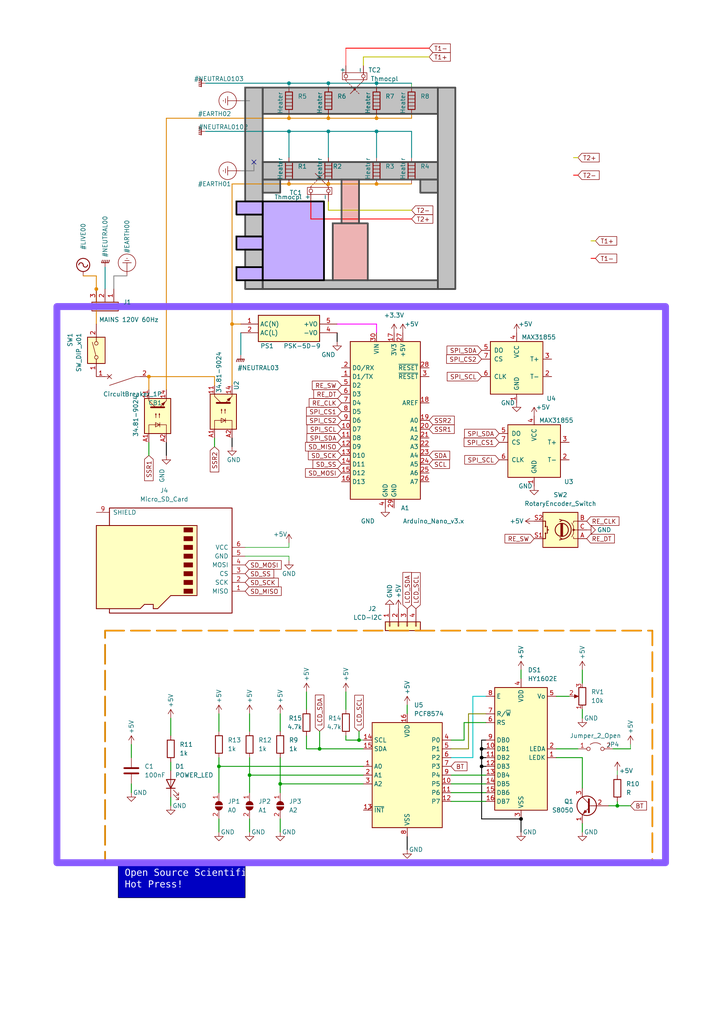
<source format=kicad_sch>
(kicad_sch (version 20230121) (generator eeschema)
  (paper "A4" portrait)
  (lib_symbols
    (symbol "Connector:Micro_SD_Card" (pin_names (offset 1.016))
      (property "Reference" "J" (at -16.51 15.24 0))
      (property "Value" "Micro_SD_Card" (at 16.51 15.24 0))
      (symbol "Micro_SD_Card_1_1"
        (pin output line (at -22.86 7.62 0) (length 3.81) (name "MISO") (number "1"))
        (pin input line (at -22.86 5.08 0) (length 3.81) (name "SCK") (number "2"))
        (pin input line (at -22.86 2.54 0) (length 3.81) (name "CS") (number "3"))
        (pin input line (at -22.86 0 0) (length 3.81) (name "MOSI") (number "4"))
        (pin power_in line (at -22.86 -2.54 0) (length 3.81) (name "GND") (number "5"))
        (pin power_in line (at -22.86 -5.08 0) (length 3.81) (name "VCC") (number "6"))
        (pin passive line (at 20.32 -15.24 180) (length 3.81) (name "SHIELD") (number "9"))
      )
    )
    (symbol "Connector:Screw_Terminal_01x03" (pin_names (offset 1.016) hide)
      (property "Reference" "J" (at 0 5.08 0))
      (property "Value" "Screw_Terminal_01x03" (at 0 -5.08 0))
      (symbol "Screw_Terminal_01x03_1_1"
        (pin passive line (at -5.08 2.54 0) (length 3.81) (name "Pin_1") (number "1"))
        (pin passive line (at -5.08 0 0) (length 3.81) (name "Pin_2") (number "2"))
        (pin passive line (at -5.08 -2.54 0) (length 3.81) (name "Pin_3") (number "3"))
      )
    )
    (symbol "Connector_Generic:Conn_01x04" (pin_names (offset 1.016) hide)
      (property "Reference" "J" (at 0 5.08 0))
      (property "Value" "Conn_01x04" (at 0 -7.62 0))
      (symbol "Conn_01x04_1_1"
        (pin passive line (at -5.08 2.54 0) (length 3.81) (name "Pin_1") (number "1"))
        (pin passive line (at -5.08 0 0) (length 3.81) (name "Pin_2") (number "2"))
        (pin passive line (at -5.08 -2.54 0) (length 3.81) (name "Pin_3") (number "3"))
        (pin passive line (at -5.08 -5.08 0) (length 3.81) (name "Pin_4") (number "4"))
      )
    )
    (symbol "Device:C" (pin_numbers hide) (pin_names (offset 0.254))
      (property "Reference" "C" (at 0.635 2.54 0))
      (property "Value" "C" (at 0.635 -2.54 0))
      (symbol "C_1_1"
        (pin passive line (at 0 3.81 270) (length 2.794) (name "~") (number "1"))
        (pin passive line (at 0 -3.81 90) (length 2.794) (name "~") (number "2"))
      )
    )
    (symbol "Device:CircuitBreaker_1P"
      (property "Reference" "CB" (at 1.905 0 0))
      (property "Value" "CircuitBreaker_1P" (at 1.905 1.905 0))
      (symbol "CircuitBreaker_1P_1_1"
        (pin passive line (at 0 7.62 270) (length 2.54) (name "~") (number "1"))
        (pin passive line (at 0 -7.62 90) (length 2.54) (name "~") (number "2"))
      )
    )
    (symbol "Device:Heater" (pin_numbers hide) (pin_names (offset 0))
      (property "Reference" "R" (at 2.032 0 90))
      (property "Value" "Heater" (at -2.032 0 90))
      (symbol "Heater_1_1"
        (pin passive line (at 0 3.81 270) (length 1.27) (name "~") (number "1"))
        (pin passive line (at 0 -3.81 90) (length 1.27) (name "~") (number "2"))
      )
    )
    (symbol "Device:LED" (pin_numbers hide) (pin_names (offset 1.016) hide)
      (property "Reference" "D" (at 0 2.54 0))
      (property "Value" "LED" (at 0 -2.54 0))
      (symbol "LED_1_1"
        (pin passive line (at -3.81 0 0) (length 2.54) (name "K") (number "1"))
        (pin passive line (at 3.81 0 180) (length 2.54) (name "A") (number "2"))
      )
    )
    (symbol "Device:R" (pin_numbers hide) (pin_names (offset 0))
      (property "Reference" "R" (at 2.032 0 90))
      (property "Value" "R" (at 0 0 90))
      (symbol "R_1_1"
        (pin passive line (at 0 3.81 270) (length 1.27) (name "~") (number "1"))
        (pin passive line (at 0 -3.81 90) (length 1.27) (name "~") (number "2"))
      )
    )
    (symbol "Device:R_Potentiometer" (pin_names (offset 1.016) hide)
      (property "Reference" "RV" (at -4.445 0 90))
      (property "Value" "R_Potentiometer" (at -2.54 0 90))
      (symbol "R_Potentiometer_1_1"
        (pin passive line (at 0 3.81 270) (length 1.27) (name "1") (number "1"))
        (pin passive line (at 3.81 0 180) (length 1.27) (name "2") (number "2"))
        (pin passive line (at 0 -3.81 90) (length 1.27) (name "3") (number "3"))
      )
    )
    (symbol "Device:RotaryEncoder_Switch" (pin_names (offset 0.254) hide)
      (property "Reference" "SW" (at 0 6.604 0))
      (property "Value" "RotaryEncoder_Switch" (at 0 -6.604 0))
      (symbol "RotaryEncoder_Switch_1_1"
        (pin passive line (at -7.62 2.54 0) (length 2.54) (name "A") (number "A"))
        (pin passive line (at -7.62 -2.54 0) (length 2.54) (name "B") (number "B"))
        (pin passive line (at -7.62 0 0) (length 2.54) (name "C") (number "C"))
        (pin passive line (at 7.62 2.54 180) (length 2.54) (name "S1") (number "S1"))
        (pin passive line (at 7.62 -2.54 180) (length 2.54) (name "S2") (number "S2"))
      )
    )
    (symbol "Device:Thermocouple_Block" (pin_numbers hide) (pin_names (offset 0))
      (property "Reference" "TC" (at -3.048 3.81 0))
      (property "Value" "Thermocouple_Block" (at -5.08 -4.064 0))
      (symbol "Thermocouple_Block_1_1"
        (pin passive line (at 5.08 2.54 180) (length 2.54) (name "+") (number "1"))
        (pin passive line (at 5.08 -2.54 180) (length 2.54) (name "-") (number "2"))
      )
    )
    (symbol "Display_Character:HY1602E"
      (property "Reference" "DS" (at -6.096 19.05 0))
      (property "Value" "HY1602E" (at 5.08 19.05 0))
      (symbol "HY1602E_1_1"
        (pin passive line (at 10.16 -2.54 180) (length 2.54) (name "LEDK") (number "1"))
        (pin bidirectional line (at -10.16 0 0) (length 2.54) (name "DB1") (number "10"))
        (pin bidirectional line (at -10.16 -2.54 0) (length 2.54) (name "DB2") (number "11"))
        (pin bidirectional line (at -10.16 -5.08 0) (length 2.54) (name "DB3") (number "12"))
        (pin bidirectional line (at -10.16 -7.62 0) (length 2.54) (name "DB4") (number "13"))
        (pin bidirectional line (at -10.16 -10.16 0) (length 2.54) (name "DB5") (number "14"))
        (pin bidirectional line (at -10.16 -12.7 0) (length 2.54) (name "DB6") (number "15"))
        (pin bidirectional line (at -10.16 -15.24 0) (length 2.54) (name "DB7") (number "16"))
        (pin passive line (at 10.16 0 180) (length 2.54) (name "LEDA") (number "2"))
        (pin power_in line (at 0 -20.32 90) (length 2.54) (name "VSS") (number "3"))
        (pin power_in line (at 0 20.32 270) (length 2.54) (name "VDD") (number "4"))
        (pin input line (at 10.16 15.24 180) (length 2.54) (name "Vo") (number "5"))
        (pin input line (at -10.16 7.62 0) (length 2.54) (name "RS") (number "6"))
        (pin input line (at -10.16 10.16 0) (length 2.54) (name "R/~{W}") (number "7"))
        (pin input line (at -10.16 15.24 0) (length 2.54) (name "E") (number "8"))
        (pin bidirectional line (at -10.16 2.54 0) (length 2.54) (name "DB0") (number "9"))
      )
    )
    (symbol "GND_1" (power) (pin_names (offset 0))
      (property "Value" "GND_1" (at 0 -3.81 0))
      (symbol "GND_1_1_1"
        (pin power_in line (at 0 0 270) (length 0) hide (name "GND") (number "1"))
      )
    )
    (symbol "Interface_Expansion:PCF8574"
      (property "Reference" "U" (at -8.89 16.51 0))
      (property "Value" "PCF8574" (at 2.54 16.51 0))
      (symbol "PCF8574_1_1"
        (pin input line (at -12.7 2.54 0) (length 2.54) (name "A0") (number "1"))
        (pin bidirectional line (at 12.7 -2.54 180) (length 2.54) (name "P5") (number "10"))
        (pin bidirectional line (at 12.7 -5.08 180) (length 2.54) (name "P6") (number "11"))
        (pin bidirectional line (at 12.7 -7.62 180) (length 2.54) (name "P7") (number "12"))
        (pin open_collector output_low (at -12.7 -10.16 0) (length 2.54) (name "~{INT}") (number "13"))
        (pin input line (at -12.7 10.16 0) (length 2.54) (name "SCL") (number "14"))
        (pin bidirectional line (at -12.7 7.62 0) (length 2.54) (name "SDA") (number "15"))
        (pin power_in line (at 0 17.78 270) (length 2.54) (name "VDD") (number "16"))
        (pin input line (at -12.7 0 0) (length 2.54) (name "A1") (number "2"))
        (pin input line (at -12.7 -2.54 0) (length 2.54) (name "A2") (number "3"))
        (pin bidirectional line (at 12.7 10.16 180) (length 2.54) (name "P0") (number "4"))
        (pin bidirectional line (at 12.7 7.62 180) (length 2.54) (name "P1") (number "5"))
        (pin bidirectional line (at 12.7 5.08 180) (length 2.54) (name "P2") (number "6"))
        (pin bidirectional line (at 12.7 2.54 180) (length 2.54) (name "P3") (number "7"))
        (pin power_in line (at 0 -17.78 90) (length 2.54) (name "VSS") (number "8"))
        (pin bidirectional line (at 12.7 0 180) (length 2.54) (name "P4") (number "9"))
      )
    )
    (symbol "Jumper:Jumper_2_Open" (pin_names (offset 0) hide)
      (property "Reference" "JP" (at 0 2.794 0))
      (property "Value" "Jumper_2_Open" (at 0 -2.286 0))
      (symbol "Jumper_2_Open_1_1"
        (pin passive line (at -5.08 0 0) (length 2.54) (name "A") (number "1"))
        (pin passive line (at 5.08 0 180) (length 2.54) (name "B") (number "2"))
      )
    )
    (symbol "Jumper:SolderJumper_2_Open" (pin_names (offset 0) hide)
      (property "Reference" "JP" (at 0 2.032 0))
      (property "Value" "SolderJumper_2_Open" (at 0 -2.54 0))
      (symbol "SolderJumper_2_Open_1_1"
        (pin passive line (at -3.81 0 0) (length 2.54) (name "A") (number "1"))
        (pin passive line (at 3.81 0 180) (length 2.54) (name "B") (number "2"))
      )
    )
    (symbol "MCU_Module:Arduino_Nano_v3.x"
      (property "Reference" "A" (at -10.16 23.495 0))
      (property "Value" "Arduino_Nano_v3.x" (at 5.08 -24.13 0))
      (symbol "Arduino_Nano_v3.x_1_1"
        (pin bidirectional line (at -12.7 12.7 0) (length 2.54) (name "D1/TX") (number "1"))
        (pin bidirectional line (at -12.7 -2.54 0) (length 2.54) (name "D7") (number "10"))
        (pin bidirectional line (at -12.7 -5.08 0) (length 2.54) (name "D8") (number "11"))
        (pin bidirectional line (at -12.7 -7.62 0) (length 2.54) (name "D9") (number "12"))
        (pin bidirectional line (at -12.7 -10.16 0) (length 2.54) (name "D10") (number "13"))
        (pin bidirectional line (at -12.7 -12.7 0) (length 2.54) (name "D11") (number "14"))
        (pin bidirectional line (at -12.7 -15.24 0) (length 2.54) (name "D12") (number "15"))
        (pin bidirectional line (at -12.7 -17.78 0) (length 2.54) (name "D13") (number "16"))
        (pin power_out line (at 2.54 25.4 270) (length 2.54) (name "3V3") (number "17"))
        (pin input line (at 12.7 5.08 180) (length 2.54) (name "AREF") (number "18"))
        (pin bidirectional line (at 12.7 0 180) (length 2.54) (name "A0") (number "19"))
        (pin bidirectional line (at -12.7 15.24 0) (length 2.54) (name "D0/RX") (number "2"))
        (pin bidirectional line (at 12.7 -2.54 180) (length 2.54) (name "A1") (number "20"))
        (pin bidirectional line (at 12.7 -5.08 180) (length 2.54) (name "A2") (number "21"))
        (pin bidirectional line (at 12.7 -7.62 180) (length 2.54) (name "A3") (number "22"))
        (pin bidirectional line (at 12.7 -10.16 180) (length 2.54) (name "A4") (number "23"))
        (pin bidirectional line (at 12.7 -12.7 180) (length 2.54) (name "A5") (number "24"))
        (pin bidirectional line (at 12.7 -15.24 180) (length 2.54) (name "A6") (number "25"))
        (pin bidirectional line (at 12.7 -17.78 180) (length 2.54) (name "A7") (number "26"))
        (pin power_out line (at 5.08 25.4 270) (length 2.54) (name "+5V") (number "27"))
        (pin input line (at 12.7 15.24 180) (length 2.54) (name "~{RESET}") (number "28"))
        (pin power_in line (at 2.54 -25.4 90) (length 2.54) (name "GND") (number "29"))
        (pin input line (at 12.7 12.7 180) (length 2.54) (name "~{RESET}") (number "3"))
        (pin power_in line (at -2.54 25.4 270) (length 2.54) (name "VIN") (number "30"))
        (pin power_in line (at 0 -25.4 90) (length 2.54) (name "GND") (number "4"))
        (pin bidirectional line (at -12.7 10.16 0) (length 2.54) (name "D2") (number "5"))
        (pin bidirectional line (at -12.7 7.62 0) (length 2.54) (name "D3") (number "6"))
        (pin bidirectional line (at -12.7 5.08 0) (length 2.54) (name "D4") (number "7"))
        (pin bidirectional line (at -12.7 2.54 0) (length 2.54) (name "D5") (number "8"))
        (pin bidirectional line (at -12.7 0 0) (length 2.54) (name "D6") (number "9"))
      )
    )
    (symbol "Relay_SolidState:34.81-9024"
      (property "Reference" "U" (at -5.08 5.08 0))
      (property "Value" "34.81-9024" (at 0 5.08 0))
      (symbol "34.81-9024_1_1"
        (pin passive line (at 7.62 2.54 180) (length 2.54) (name "~") (number "11"))
        (pin passive line (at 7.62 -2.54 180) (length 2.54) (name "~") (number "14"))
        (pin passive line (at -7.62 2.54 0) (length 2.54) (name "~") (number "A1"))
        (pin passive line (at -7.62 -2.54 0) (length 2.54) (name "~") (number "A2"))
      )
    )
    (symbol "SamacSys_Parts:PSK-5D-9"
      (property "Reference" "PS" (at 24.13 7.62 0))
      (property "Value" "PSK-5D-9" (at 24.13 5.08 0))
      (symbol "PSK-5D-9_1_1"
        (pin passive line (at 0 0 0) (length 5.08) (name "AC(N)") (number "1"))
        (pin passive line (at 0 -2.54 0) (length 5.08) (name "AC(L)") (number "2"))
        (pin passive line (at 27.94 -2.54 180) (length 5.08) (name "-VO") (number "4"))
        (pin passive line (at 27.94 0 180) (length 5.08) (name "+VO") (number "5"))
      )
    )
    (symbol "Sensor_Temperature:MAX31855EASA" (pin_names (offset 1.016))
      (property "Reference" "U1" (at -11.43 -8.89 0))
      (property "Value" "MAX31855" (at -11.43 -11.43 0))
      (symbol "MAX31855EASA_1_1"
        (pin power_in line (at 0 -10.16 90) (length 2.54) (name "GND") (number "1"))
        (pin passive line (at -10.16 -2.54 0) (length 2.54) (name "T-") (number "2"))
        (pin passive line (at -10.16 2.54 0) (length 2.54) (name "T+") (number "3"))
        (pin power_in line (at 0 10.16 270) (length 2.54) (name "VCC") (number "4"))
        (pin input line (at 10.16 5.08 180) (length 2.54) (name "DO") (number "5"))
        (pin input line (at 10.16 -2.54 180) (length 2.54) (name "CLK") (number "6"))
        (pin tri_state line (at 10.16 2.54 180) (length 2.54) (name "CS") (number "7"))
      )
    )
    (symbol "Switch:SW_DIP_x01" (pin_names (offset 0) hide)
      (property "Reference" "SW" (at 0 3.81 0))
      (property "Value" "SW_DIP_x01" (at 0 -3.81 0))
      (symbol "SW_DIP_x01_1_1"
        (pin passive line (at -7.62 0 0) (length 5.08) (name "~") (number "1"))
        (pin passive line (at 7.62 0 180) (length 5.08) (name "~") (number "2"))
      )
    )
    (symbol "Transistor_BJT:S8050" (pin_names (offset 0) hide)
      (property "Reference" "Q" (at 5.08 1.905 0))
      (property "Value" "S8050" (at 5.08 0 0))
      (symbol "S8050_1_1"
        (pin passive line (at 2.54 -5.08 90) (length 2.54) (name "E") (number "1"))
        (pin input line (at -5.08 0 0) (length 5.08) (name "B") (number "2"))
        (pin passive line (at 2.54 5.08 270) (length 2.54) (name "C") (number "3"))
      )
    )
    (symbol "power:+3.3V" (power) (pin_names (offset 0))
      (property "Value" "+3.3V" (at 0 3.556 0))
      (symbol "+3.3V_1_1"
        (pin power_in line (at 0 0 90) (length 0) hide (name "+3.3V") (number "1"))
      )
    )
    (symbol "power:+5V" (power) (pin_names (offset 0))
      (property "Value" "+5V" (at 0 3.556 0))
      (symbol "+5V_1_1"
        (pin power_in line (at 0 0 90) (length 0) hide (name "+5V") (number "1"))
      )
    )
    (symbol "power:AC" (power) (pin_names (offset 0))
      (property "Value" "AC" (at 0 6.35 0))
      (symbol "AC_1_1"
        (pin power_in line (at 0 0 90) (length 0) hide (name "AC") (number "1"))
      )
    )
    (symbol "power:Earth_Protective" (power) (pin_names (offset 0))
      (symbol "Earth_Protective_1_1"
        (pin power_in line (at 0 0 270) (length 0) hide (name "Earth_Protective") (number "1"))
      )
    )
    (symbol "power:GND" (power) (pin_names (offset 0))
      (property "Value" "GND" (at 0 -3.81 0))
      (symbol "GND_1_1"
        (pin power_in line (at 0 0 270) (length 0) hide (name "GND") (number "1"))
      )
    )
    (symbol "power:GNDPWR" (power) (pin_names (offset 0))
      (property "Value" "GNDPWR" (at 0 -3.302 0))
      (symbol "GNDPWR_1_1"
        (pin power_in line (at 0 0 270) (length 0) hide (name "GNDPWR") (number "1"))
      )
    )
  )
  (junction (at 139.7 219.71) (color 0 0 0 1))
  (junction (at 95.25 34.29) (color 221 133 0 1))
  (junction (at 67.31 93.98) (color 221 133 0 1))
  (junction (at 43.18 109.22) (color 221 133 0 1))
  (junction (at 109.22 38.1) (color 0 132 132 1))
  (junction (at 81.28 227.33))
  (junction (at 109.22 24.13) (color 0 132 132 1))
  (junction (at 95.25 24.13) (color 0 132 132 1))
  (junction (at 83.82 24.13) (color 0 132 132 1))
  (junction (at 109.22 53.34) (color 221 133 0 1))
  (junction (at 83.82 53.34) (color 221 133 0 1))
  (junction (at 104.14 214.63))
  (junction (at 139.7 222.25) (color 0 0 0 1))
  (junction (at 92.71 217.17))
  (junction (at 72.39 224.79))
  (junction (at 83.82 34.29) (color 221 133 0 1))
  (junction (at 139.7 217.17) (color 0 0 0 1))
  (junction (at 151.13 237.49) (color 0 0 0 1))
  (junction (at 109.22 34.29) (color 221 133 0 1))
  (junction (at 63.5 222.25))
  (junction (at 95.25 53.34) (color 221 133 0 1))
  (junction (at 27.94 83.82) (color 221 133 0 1))
  (junction (at 179.07 233.68))
  (junction (at 95.25 38.1) (color 0 132 132 1))
  (junction (at 83.82 38.1) (color 0 132 132 1))
  (no_connect (at 73.66 46.99))
  (wire (pts (xy 119.38 34.29) (xy 109.22 34.29)) (stroke (width 0.25) (color 221 133 0 1)))
  (wire (pts (xy 95.25 24.13) (xy 109.22 24.13)) (stroke (width 0.25) (color 0 132 132 1)))
  (wire (pts (xy 140.97 232.41) (xy 130.81 232.41)) (stroke (width 0.25)))
  (wire (pts (xy 172.72 69.85) (xy 171.45 69.85)) (stroke (width 0.25) (color 194 194 0 1)))
  (wire (pts (xy 168.91 205.74) (xy 168.91 208.28)) (stroke (width 0.25)))
  (wire (pts (xy 119.38 34.29) (xy 119.38 33.02)) (stroke (width 0.25) (color 221 133 0 1)))
  (wire (pts (xy 49.53 208.28) (xy 49.53 213.36)) (stroke (width 0.25)))
  (wire (pts (xy 48.26 132.08) (xy 48.26 128.27)) (stroke (width 0.25) (color 0 0 0 1)))
  (wire (pts (xy 151.13 194.31) (xy 151.13 196.85)) (stroke (width 0.25)))
  (wire (pts (xy 139.7 222.25) (xy 140.97 222.25)) (stroke (width 0.25) (color 0 0 0 1)))
  (wire (pts (xy 140.97 224.79) (xy 130.81 224.79)) (stroke (width 0.25)))
  (wire (pts (xy 134.62 209.55) (xy 140.97 209.55)) (stroke (width 0.25)))
  (wire (pts (xy 137.16 201.93) (xy 140.97 201.93)) (stroke (width 0.25) (color 0 194 194 1)))
  (wire (pts (xy 182.88 215.9) (xy 182.88 217.17)))
  (wire (pts (xy 59.69 38.1) (xy 83.82 38.1)) (stroke (width 0.25) (color 0 132 132 1)))
  (wire (pts (xy 118.11 246.38) (xy 118.11 242.57)) (stroke (width 0.25) (color 0 0 0 1)))
  (wire (pts (xy 100.33 19.05) (xy 100.33 13.97)) (stroke (width 0) (color 255 0 0 1)))
  (wire (pts (xy 88.9 217.17) (xy 88.9 213.36)) (stroke (width 0.25)))
  (wire (pts (xy 140.97 229.87) (xy 130.81 229.87)) (stroke (width 0.25)))
  (wire (pts (xy 27.94 83.82) (xy 27.94 93.98)) (stroke (width 0.25) (color 221 133 0 1)))
  (wire (pts (xy 69.85 102.87) (xy 69.85 96.52)) (stroke (width 0.25) (color 0 132 132 1)))
  (wire (pts (xy 43.18 132.08) (xy 43.18 128.27)) (stroke (width 0.25)))
  (wire (pts (xy 95.25 33.02) (xy 95.25 34.29)) (stroke (width 0.25) (color 221 133 0 1)))
  (wire (pts (xy 95.25 53.34) (xy 109.22 53.34)) (stroke (width 0.25) (color 221 133 0 1)))
  (wire (pts (xy 139.7 217.17) (xy 140.97 217.17)) (stroke (width 0.25) (color 0 0 0 1)))
  (wire (pts (xy 109.22 34.29) (xy 95.25 34.29)) (stroke (width 0.25) (color 221 133 0 1)))
  (wire (pts (xy 38.1 215.9) (xy 38.1 219.71)) (stroke (width 0.25)))
  (wire (pts (xy 73.66 49.53) (xy 73.66 46.99)) (stroke (width 0.25) (color 132 132 132 1)))
  (wire (pts (xy 109.22 33.02) (xy 109.22 34.29)) (stroke (width 0.25) (color 221 133 0 1)))
  (wire (pts (xy 130.81 214.63) (xy 134.62 214.63)) (stroke (width 0.25)))
  (wire (pts (xy 100.33 214.63) (xy 104.14 214.63)) (stroke (width 0.25)))
  (wire (pts (xy 67.31 129.54) (xy 67.31 127)) (stroke (width 0.25) (color 0 0 0 1)))
  (wire (pts (xy 81.28 241.3) (xy 81.28 237.49)) (stroke (width 0.25)))
  (wire (pts (xy 137.16 219.71) (xy 137.16 201.93)) (stroke (width 0.25) (color 0 194 194 1)))
  (wire (pts (xy 67.31 93.98) (xy 69.85 93.98)) (stroke (width 0.25) (color 221 133 0 1)))
  (wire (pts (xy 27.94 80.01) (xy 27.94 83.82)) (stroke (width 0.25) (color 221 133 0 1)))
  (wire (pts (xy 83.82 38.1) (xy 95.25 38.1)) (stroke (width 0.25) (color 0 132 132 1)))
  (wire (pts (xy 95.25 60.96) (xy 95.25 58.42)) (stroke (width 0.25) (color 194 194 0 1)))
  (wire (pts (xy 62.23 111.76) (xy 62.23 109.22)) (stroke (width 0.25) (color 221 133 0 1)))
  (wire (pts (xy 109.22 93.98) (xy 109.22 96.52)) (stroke (width 0.25) (color 255 0 255 1)))
  (wire (pts (xy 49.53 233.68) (xy 49.53 231.14)) (stroke (width 0.25)))
  (wire (pts (xy 167.64 45.72) (xy 166.37 45.72)) (stroke (width 0.25) (color 194 194 0 1)))
  (wire (pts (xy 81.28 227.33) (xy 105.41 227.33)) (stroke (width 0.25)))
  (wire (pts (xy 63.5 222.25) (xy 105.41 222.25)) (stroke (width 0.25)))
  (wire (pts (xy 72.39 241.3) (xy 72.39 237.49)) (stroke (width 0.25)))
  (wire (pts (xy 151.13 241.3) (xy 151.13 237.49)) (stroke (width 0.25) (color 0 0 0 1)))
  (wire (pts (xy 161.29 201.93) (xy 165.1 201.93)) (stroke (width 0.25)))
  (wire (pts (xy 95.25 24.13) (xy 95.25 25.4)) (stroke (width 0) (color 0 132 132 1)))
  (wire (pts (xy 48.26 34.29) (xy 48.26 113.03)) (stroke (width 0.25) (color 221 133 0 1)))
  (wire (pts (xy 130.81 219.71) (xy 137.16 219.71)) (stroke (width 0.25) (color 0 194 194 1)))
  (wire (pts (xy 135.89 207.01) (xy 140.97 207.01)) (stroke (width 0.25) (color 132 132 0 1)))
  (wire (pts (xy 88.9 200.66) (xy 88.9 205.74)) (stroke (width 0.25)))
  (wire (pts (xy 72.39 224.79) (xy 105.41 224.79)) (stroke (width 0.25)))
  (wire (pts (xy 88.9 217.17) (xy 92.71 217.17)) (stroke (width 0.25)))
  (wire (pts (xy 134.62 214.63) (xy 134.62 209.55)) (stroke (width 0.25)))
  (wire (pts (xy 48.26 34.29) (xy 83.82 34.29)) (stroke (width 0.25) (color 221 133 0 1)))
  (wire (pts (xy 168.91 194.31) (xy 168.91 198.12)) (stroke (width 0.25)))
  (wire (pts (xy 30.48 77.47) (xy 30.48 83.82)) (stroke (width 0.25) (color 0 132 132 1)))
  (wire (pts (xy 119.38 60.96) (xy 95.25 60.96)) (stroke (width 0.25) (color 194 194 0 1)))
  (wire (pts (xy 119.38 45.72) (xy 119.38 38.1)) (stroke (width 0.25) (color 0 132 132 1)))
  (wire (pts (xy 67.31 53.34) (xy 83.82 53.34)) (stroke (width 0.25) (color 221 133 0 1)))
  (wire (pts (xy 83.82 162.56) (xy 83.82 161.29)))
  (wire (pts (xy 63.5 219.71) (xy 63.5 222.25)) (stroke (width 0.25)))
  (wire (pts (xy 95.25 38.1) (xy 109.22 38.1)) (stroke (width 0.25) (color 0 132 132 1)))
  (wire (pts (xy 38.1 229.87) (xy 38.1 227.33)) (stroke (width 0.25)))
  (wire (pts (xy 83.82 157.48) (xy 83.82 158.75)))
  (wire (pts (xy 167.64 50.8) (xy 166.37 50.8)) (stroke (width 0.25) (color 255 0 0 1)))
  (wire (pts (xy 139.7 214.63) (xy 139.7 217.17)) (stroke (width 0.25) (color 0 0 0 1)))
  (wire (pts (xy 140.97 214.63) (xy 139.7 214.63)) (stroke (width 0.25) (color 0 0 0 1)))
  (wire (pts (xy 92.71 217.17) (xy 105.41 217.17)) (stroke (width 0.25)))
  (wire (pts (xy 119.38 25.4) (xy 119.38 24.13)))
  (wire (pts (xy 109.22 53.34) (xy 119.38 53.34)) (stroke (width 0.25) (color 221 133 0 1)))
  (wire (pts (xy 67.31 93.98) (xy 67.31 111.76)) (stroke (width 0.25) (color 221 133 0 1)))
  (wire (pts (xy 139.7 219.71) (xy 139.7 222.25)) (stroke (width 0.25) (color 0 0 0 1)))
  (wire (pts (xy 81.28 227.33) (xy 81.28 229.87)) (stroke (width 0.25)))
  (wire (pts (xy 90.17 58.42) (xy 90.17 63.5)) (stroke (width 0.25) (color 255 0 0 1)))
  (wire (pts (xy 161.29 219.71) (xy 168.91 219.71)) (stroke (width 0.25)))
  (wire (pts (xy 105.41 16.51) (xy 124.46 16.51)) (stroke (width 0.25) (color 194 194 0 1)))
  (wire (pts (xy 69.85 29.21) (xy 72.39 29.21)) (stroke (width 0.25) (color 132 132 132 1)))
  (wire (pts (xy 109.22 24.13) (xy 119.38 24.13)) (stroke (width 0.25) (color 0 132 132 1)))
  (wire (pts (xy 63.5 222.25) (xy 63.5 229.87)) (stroke (width 0.25)))
  (wire (pts (xy 83.82 161.29) (xy 71.12 161.29)))
  (wire (pts (xy 172.72 74.93) (xy 171.45 74.93)) (stroke (width 0.25) (color 255 0 0 1)))
  (wire (pts (xy 104.14 214.63) (xy 105.41 214.63)))
  (wire (pts (xy 63.5 207.01) (xy 63.5 212.09)) (stroke (width 0.25)))
  (wire (pts (xy 24.13 80.01) (xy 27.94 80.01)) (stroke (width 0.25) (color 221 133 0 1)))
  (wire (pts (xy 97.79 96.52) (xy 97.79 99.06)) (stroke (width 0.25) (color 0 0 0 1)))
  (wire (pts (xy 179.07 232.41) (xy 179.07 233.68)) (stroke (width 0.25)))
  (wire (pts (xy 49.53 220.98) (xy 49.53 223.52)) (stroke (width 0.25)))
  (wire (pts (xy 179.07 223.52) (xy 179.07 224.79)))
  (wire (pts (xy 72.39 219.71) (xy 72.39 224.79)) (stroke (width 0.25)))
  (wire (pts (xy 69.85 49.53) (xy 73.66 49.53)) (stroke (width 0.25) (color 132 132 132 1)))
  (wire (pts (xy 43.18 109.22) (xy 43.18 113.03)) (stroke (width 0.25) (color 221 133 0 1)))
  (wire (pts (xy 161.29 217.17) (xy 167.64 217.17)) (stroke (width 0.25)))
  (wire (pts (xy 81.28 219.71) (xy 81.28 227.33)) (stroke (width 0.25)))
  (wire (pts (xy 72.39 207.01) (xy 72.39 212.09)) (stroke (width 0.25)))
  (wire (pts (xy 83.82 158.75) (xy 71.12 158.75)))
  (wire (pts (xy 43.18 109.22) (xy 62.23 109.22)) (stroke (width 0.25) (color 221 133 0 1)))
  (wire (pts (xy 139.7 219.71) (xy 140.97 219.71)) (stroke (width 0.25) (color 0 0 0 1)))
  (wire (pts (xy 36.83 80.01) (xy 33.02 80.01)) (stroke (width 0.25) (color 132 132 132 1)))
  (wire (pts (xy 95.25 38.1) (xy 95.25 45.72)) (stroke (width 0.25) (color 0 132 132 1)))
  (wire (pts (xy 135.89 217.17) (xy 135.89 207.01)) (stroke (width 0.25) (color 132 132 0 1)))
  (wire (pts (xy 139.7 237.49) (xy 151.13 237.49)) (stroke (width 0.25) (color 0 0 0 1)))
  (wire (pts (xy 139.7 222.25) (xy 139.7 237.49)) (stroke (width 0.25) (color 0 0 0 1)))
  (wire (pts (xy 92.71 212.09) (xy 92.71 217.17)) (stroke (width 0.25)))
  (wire (pts (xy 63.5 241.3) (xy 63.5 237.49)) (stroke (width 0.25)))
  (wire (pts (xy 83.82 33.02) (xy 83.82 34.29)) (stroke (width 0.25) (color 221 133 0 1)))
  (wire (pts (xy 168.91 219.71) (xy 168.91 228.6)) (stroke (width 0.25)))
  (wire (pts (xy 90.17 63.5) (xy 119.38 63.5)) (stroke (width 0.25) (color 255 0 0 1)))
  (wire (pts (xy 33.02 80.01) (xy 33.02 83.82)) (stroke (width 0.25) (color 132 132 132 1)))
  (wire (pts (xy 140.97 227.33) (xy 130.81 227.33)) (stroke (width 0.25)))
  (wire (pts (xy 72.39 224.79) (xy 72.39 229.87)) (stroke (width 0.25)))
  (wire (pts (xy 118.11 204.47) (xy 118.11 207.01)) (stroke (width 0.25)))
  (wire (pts (xy 83.82 38.1) (xy 83.82 45.72)) (stroke (width 0.25) (color 0 132 132 1)))
  (wire (pts (xy 139.7 217.17) (xy 139.7 219.71)) (stroke (width 0.25) (color 0 0 0 1)))
  (wire (pts (xy 109.22 38.1) (xy 109.22 45.72)) (stroke (width 0.25) (color 0 132 132 1)))
  (wire (pts (xy 81.28 207.01) (xy 81.28 212.09)) (stroke (width 0.25)))
  (wire (pts (xy 62.23 129.54) (xy 62.23 127)) (stroke (width 0.25)))
  (wire (pts (xy 179.07 233.68) (xy 176.53 233.68)) (stroke (width 0.25)))
  (wire (pts (xy 182.88 217.17) (xy 177.8 217.17)) (stroke (width 0.25)))
  (wire (pts (xy 109.22 24.13) (xy 109.22 25.4)) (stroke (width 0) (color 0 132 132 1)))
  (wire (pts (xy 100.33 214.63) (xy 100.33 213.36)) (stroke (width 0.25)))
  (wire (pts (xy 97.79 93.98) (xy 109.22 93.98)) (stroke (width 0.25) (color 255 0 255 1)))
  (wire (pts (xy 100.33 13.97) (xy 124.46 13.97)) (stroke (width 0.25) (color 255 0 0 1)))
  (wire (pts (xy 83.82 24.13) (xy 95.25 24.13)) (stroke (width 0.25) (color 0 132 132 1)))
  (wire (pts (xy 95.25 34.29) (xy 83.82 34.29)) (stroke (width 0.25) (color 221 133 0 1)))
  (wire (pts (xy 59.69 24.13) (xy 83.82 24.13)) (stroke (width 0.25) (color 0 132 132 1)))
  (wire (pts (xy 83.82 53.34) (xy 95.25 53.34)) (stroke (width 0.25) (color 221 133 0 1)))
  (wire (pts (xy 100.33 200.66) (xy 100.33 205.74)) (stroke (width 0.25)))
  (wire (pts (xy 67.31 53.34) (xy 67.31 93.98)) (stroke (width 0.25) (color 221 133 0 1)))
  (wire (pts (xy 109.22 38.1) (xy 119.38 38.1)) (stroke (width 0.25) (color 0 132 132 1)))
  (wire (pts (xy 130.81 217.17) (xy 135.89 217.17)) (stroke (width 0.25) (color 132 132 0 1)))
  (wire (pts (xy 104.14 212.09) (xy 104.14 214.63)) (stroke (width 0.25)))
  (wire (pts (xy 105.41 16.51) (xy 105.41 19.05)) (stroke (width 0.25) (color 194 194 0 1)))
  (wire (pts (xy 83.82 24.13) (xy 83.82 25.4)) (stroke (width 0) (color 0 132 132 1)))
  (wire (pts (xy 182.88 233.68) (xy 179.07 233.68)) (stroke (width 0.25)))
  (wire (pts (xy 168.91 241.3) (xy 168.91 238.76)) (stroke (width 0.25)))
  (rectangle (start 99.06 52.07) (end 104.14 64.77) (stroke (width 0.5) (color 72 72 72 0.5)) (fill (type color) (color 194 0 0 0.3)))
  (rectangle (start 76.2 52.07) (end 81.28 55.88) (stroke (width 0.5) (color 72 72 72 0.3)) (fill (type color) (color 132 132 132 0.5)))
  (rectangle (start 68.58 68.58) (end 76.2 72.39) (stroke (width 0.5) (color 0 0 0 0.3)) (fill (type color) (color 137 91 255 0.5)))
  (rectangle (start 121.92 52.07) (end 127 55.88) (stroke (width 0.5) (color 72 72 72 0.3)) (fill (type color) (color 132 132 132 0.5)))
  (rectangle (start 30.48 182.88) (end 189.23 250.19) (stroke (width 0.5) (type dash) (color 221 133 0 1)))
  (rectangle (start 76.2 58.42) (end 93.98 81.28) (stroke (width 0.5) (color 0 0 0 0.3)) (fill (type color) (color 137 91 255 0.5)))
  (rectangle (start 127 25.4) (end 132.08 83.82) (stroke (width 0.5) (color 72 72 72 0.3)) (fill (type color) (color 132 132 132 0.5)))
  (rectangle (start 16.51 88.9) (end 193.04 250.19) (stroke (width 2) (color 137 91 255 0.5490196078)))
  (rectangle (start 34.29 250.19) (end 71.12 260.35) (stroke (width 0) (color 0 0 0 1)) (fill (type color) (color 0 0 194 1)))
  (rectangle (start 76.2 46.99) (end 127 52.07) (stroke (width 0.5) (color 72 72 72 0.3)) (fill (type color) (color 132 132 132 0.5)))
  (rectangle (start 96.52 64.77) (end 106.68 81.28) (stroke (width 0.5) (color 72 72 72 0.5)) (fill (type color) (color 194 0 0 0.3)))
  (rectangle (start 76.2 81.28) (end 127 83.82) (stroke (width 0.5) (color 72 72 72 0.3)) (fill (type color) (color 132 132 132 0.5)))
  (rectangle (start 71.12 25.4) (end 76.2 58.42) (stroke (width 0.5) (color 72 72 72 0.3)) (fill (type color) (color 132 132 132 0.5)))
  (rectangle (start 71.12 62.23) (end 76.2 68.58) (stroke (width 0.5) (color 72 72 72 0.3)) (fill (type color) (color 132 132 132 0.5)))
  (rectangle (start 76.2 25.4) (end 127 33.02) (stroke (width 0.5) (color 72 72 72 0.3)) (fill (type color) (color 132 132 132 0.5)))
  (rectangle (start 68.58 77.47) (end 76.2 81.28) (stroke (width 0.5) (color 0 0 0 0.3)) (fill (type color) (color 137 91 255 0.5)))
  (rectangle (start 68.58 58.42) (end 76.2 62.23) (stroke (width 0.5) (color 0 0 0 0.3)) (fill (type color) (color 137 91 255 0.5)))
  (rectangle (start 71.12 81.28) (end 76.2 83.82) (stroke (width 0.5) (color 72 72 72 0.3)) (fill (type color) (color 132 132 132 0.5)))
  (rectangle (start 71.12 72.39) (end 76.2 77.47) (stroke (width 0.5) (color 72 72 72 0.3)) (fill (type color) (color 132 132 132 0.5)))
  (text "Open Source Scientific\nHot Press!" (at 36.195 258.445 0) (effects (font (size 2 2)) (justify left bottom)))
  (global_label "SCL" (shape input) (at 124.46 134.62 0) (property "Intersheetrefs" "${INTERSHEET_REFS}" (effects hide)))
  (global_label "SD_MOSI" (shape input) (at 99.06 137.16 180) (property "Intersheetrefs" "${INTERSHEET_REFS}" (effects hide)))
  (global_label "SD_SS" (shape input) (at 71.12 166.37 0) (property "Intersheetrefs" "${INTERSHEET_REFS}" (effects hide)))
  (global_label "T2+" (shape input) (at 119.38 63.5 0) (property "Intersheetrefs" "${INTERSHEET_REFS}" (effects hide)))
  (global_label "SPI_SCL" (shape input) (at 99.06 124.46 180) (property "Intersheetrefs" "${INTERSHEET_REFS}" (effects hide)))
  (global_label "SSR1" (shape input) (at 43.18 132.08 270) (property "Intersheetrefs" "${INTERSHEET_REFS}" (effects hide)))
  (global_label "SPI_SDA" (shape input) (at 99.06 127 180) (property "Intersheetrefs" "${INTERSHEET_REFS}" (effects hide)))
  (global_label "RE_CLK" (shape input) (at 170.18 151.13 0) (property "Intersheetrefs" "${INTERSHEET_REFS}" (effects hide)))
  (global_label "T1+" (shape input) (at 172.72 69.85 0) (property "Intersheetrefs" "${INTERSHEET_REFS}" (effects hide)))
  (global_label "SPI_SDA" (shape input) (at 144.78 125.73 180) (property "Intersheetrefs" "${INTERSHEET_REFS}" (effects hide)))
  (global_label "SPI_SCL" (shape input) (at 144.78 133.35 180) (property "Intersheetrefs" "${INTERSHEET_REFS}" (effects hide)))
  (global_label "RE_CLK" (shape input) (at 99.06 116.84 180) (property "Intersheetrefs" "${INTERSHEET_REFS}" (effects hide)))
  (global_label "T1-" (shape input) (at 172.72 74.93 0) (property "Intersheetrefs" "${INTERSHEET_REFS}" (effects hide)))
  (global_label "SPI_CS1" (shape input) (at 99.06 119.38 180) (property "Intersheetrefs" "${INTERSHEET_REFS}" (effects hide)))
  (global_label "LCD_SDA" (shape input) (at 92.71 212.09 90) (property "Intersheetrefs" "${INTERSHEET_REFS}" (effects hide)))
  (global_label "BT" (shape input) (at 130.81 222.25 0) (property "Intersheetrefs" "${INTERSHEET_REFS}" (effects hide)))
  (global_label "SPI_CS2" (shape input) (at 139.7 104.14 180) (property "Intersheetrefs" "${INTERSHEET_REFS}" (effects hide)))
  (global_label "SD_SS" (shape input) (at 99.06 134.62 180) (property "Intersheetrefs" "${INTERSHEET_REFS}" (effects hide)))
  (global_label "T2-" (shape input) (at 167.64 50.8 0) (property "Intersheetrefs" "${INTERSHEET_REFS}" (effects hide)))
  (global_label "SSR1" (shape input) (at 124.46 124.46 0) (property "Intersheetrefs" "${INTERSHEET_REFS}" (effects hide)))
  (global_label "SD_SCK" (shape input) (at 99.06 132.08 180) (property "Intersheetrefs" "${INTERSHEET_REFS}" (effects hide)))
  (global_label "RE_DT" (shape input) (at 99.06 114.3 180) (property "Intersheetrefs" "${INTERSHEET_REFS}" (effects hide)))
  (global_label "SD_MOSI" (shape input) (at 71.12 163.83 0) (property "Intersheetrefs" "${INTERSHEET_REFS}" (effects hide)))
  (global_label "LCD_SCL" (shape input) (at 120.65 176.53 90) (property "Intersheetrefs" "${INTERSHEET_REFS}" (effects hide)))
  (global_label "LCD_SDA" (shape input) (at 118.11 176.53 90) (property "Intersheetrefs" "${INTERSHEET_REFS}" (effects hide)))
  (global_label "T2-" (shape input) (at 119.38 60.96 0) (property "Intersheetrefs" "${INTERSHEET_REFS}" (effects hide)))
  (global_label "SD_MISO" (shape input) (at 99.06 129.54 180) (property "Intersheetrefs" "${INTERSHEET_REFS}" (effects hide)))
  (global_label "LCD_SCL" (shape input) (at 104.14 212.09 90) (property "Intersheetrefs" "${INTERSHEET_REFS}" (effects hide)))
  (global_label "T2+" (shape input) (at 167.64 45.72 0) (property "Intersheetrefs" "${INTERSHEET_REFS}" (effects hide)))
  (global_label "SPI_SCL" (shape input) (at 139.7 109.22 180) (property "Intersheetrefs" "${INTERSHEET_REFS}" (effects hide)))
  (global_label "SPI_SDA" (shape input) (at 139.7 101.6 180) (property "Intersheetrefs" "${INTERSHEET_REFS}" (effects hide)))
  (global_label "BT" (shape input) (at 182.88 233.68 0) (property "Intersheetrefs" "${INTERSHEET_REFS}" (effects hide)))
  (global_label "RE_DT" (shape input) (at 170.18 156.21 0) (property "Intersheetrefs" "${INTERSHEET_REFS}" (effects hide)))
  (global_label "SDA" (shape input) (at 124.46 132.08 0) (property "Intersheetrefs" "${INTERSHEET_REFS}" (effects hide)))
  (global_label "SD_MISO" (shape input) (at 71.12 171.45 0) (property "Intersheetrefs" "${INTERSHEET_REFS}" (effects hide)))
  (global_label "SSR2" (shape input) (at 124.46 121.92 0) (property "Intersheetrefs" "${INTERSHEET_REFS}" (effects hide)))
  (global_label "SPI_CS2" (shape input) (at 99.06 121.92 180) (property "Intersheetrefs" "${INTERSHEET_REFS}" (effects hide)))
  (global_label "RE_SW" (shape input) (at 154.94 156.21 180) (property "Intersheetrefs" "${INTERSHEET_REFS}" (effects hide)))
  (global_label "T1-" (shape input) (at 124.46 13.97 0) (property "Intersheetrefs" "${INTERSHEET_REFS}" (effects hide)))
  (global_label "T1+" (shape input) (at 124.46 16.51 0) (property "Intersheetrefs" "${INTERSHEET_REFS}" (effects hide)))
  (global_label "RE_SW" (shape input) (at 99.06 111.76 180) (property "Intersheetrefs" "${INTERSHEET_REFS}" (effects hide)))
  (global_label "SSR2" (shape input) (at 62.23 129.54 270) (property "Intersheetrefs" "${INTERSHEET_REFS}" (effects hide)))
  (global_label "SPI_CS1" (shape input) (at 144.78 128.27 180) (property "Intersheetrefs" "${INTERSHEET_REFS}" (effects hide)))
  (global_label "SD_SCK" (shape input) (at 71.12 168.91 0) (property "Intersheetrefs" "${INTERSHEET_REFS}" (effects hide)))
  (symbol (lib_id "Jumper:SolderJumper_2_Open") (at 72.39 233.68 270) (unit 1)
    (property "Reference" "JP2" (at 74.93 232.41 90) (effects (justify left)))
    (property "Value" "A1" (at 74.93 234.95 90) (effects (justify left)))
  )
  (symbol (lib_id "Device:Thermocouple_Block") (at 92.71 53.34 90) (mirror x) (unit 1)
    (property "Reference" "TC1" (at 87.63 55.88 90) (effects (justify left)))
    (property "Value" "Thmocpl" (at 87.63 57.15 90) (effects (justify left)))
  )
  (symbol (lib_id "Device:RotaryEncoder_Switch") (at 162.56 153.67 180) (unit 1)
    (property "Reference" "SW2" (at 162.56 143.51 0))
    (property "Value" "RotaryEncoder_Switch" (at 162.56 146.05 0))
  )
  (symbol (lib_id "power:+5V") (at 151.13 194.31 0) (mirror y) (unit 1)
    (property "Reference" "#PWR012" (effects hide))
    (property "Value" "+5V" (at 151.13 189.23 90))
  )
  (symbol (lib_id "SamacSys_Parts:PSK-5D-9") (at 69.85 93.98 0) (unit 1)
    (property "Reference" "PS1" (at 77.47 100.33 0))
    (property "Value" "PSK-5D-9" (at 87.63 100.33 0))
    (property "Footprint" "Converter_ACDC:Converter_ACDC_HiLink_HLK-5Mxx" (effects hide))
    (property "Height" "18.1" (effects hide))
    (property "Mouser Part Number" "490-PSK-5D-9" (effects hide))
    (property "Mouser Price/Stock" "https://www.mouser.co.uk/ProductDetail/CUI-Inc/PSK-5D-9?qs=DRkmTr78QAS7xBfnsfADZA%3D%3D" (effects hide))
    (property "Manufacturer_Name" "CUI Inc." (effects hide))
    (property "Manufacturer_Part_Number" "PSK-5D-9" (effects hide))
  )
  (symbol (lib_id "Device:Heater") (at 109.22 29.21 0) (unit 1)
    (property "Reference" "R7" (at 111.76 27.94 0) (effects (justify left)))
    (property "Value" "Heater" (at 106.68 33.02 90) (effects (justify left)))
  )
  (symbol (lib_id "power:GND") (at 49.53 233.68 0) (mirror y) (unit 1)
    (property "Reference" "#PWR026" (effects hide))
    (property "Value" "GND" (at 52.07 233.68 0))
  )
  (symbol (lib_id "Interface_Expansion:PCF8574") (at 118.11 224.79 0) (unit 1)
    (property "Reference" "U5" (at 120.0659 204.47 0) (effects (justify left)))
    (property "Value" "PCF8574" (at 120.0659 207.01 0) (effects (justify left)))
    (property "Datasheet" "http://www.nxp.com/documents/data_sheet/PCF8574_PCF8574A.pdf" (effects hide))
  )
  (symbol (lib_id "Connector:Micro_SD_Card") (at 48.26 163.83 180) (unit 1)
    (property "Reference" "J4" (at 47.625 142.24 0))
    (property "Value" "Micro_SD_Card" (at 47.625 144.78 0))
    (property "Datasheet" "http://katalog.we-online.de/em/datasheet/693072010801.pdf" (effects hide))
  )
  (symbol (lib_id "power:+5V") (at 154.94 120.65 0) (mirror y) (unit 1)
    (property "Reference" "#PWR04" (effects hide))
    (property "Value" "+5V" (at 157.48 118.11 0))
  )
  (symbol (lib_id "power:Earth_Protective") (at 69.85 29.21 270) (unit 1)
    (property "Reference" "#EARTH02" (at 62.23 33.02 90))
    (property "Value" "Earth_Protective" (effects hide))
  )
  (symbol (lib_id "Transistor_BJT:S8050") (at 171.45 233.68 0) (mirror y) (unit 1)
    (property "Reference" "Q1" (at 166.37 232.41 0) (effects (justify left)))
    (property "Value" "S8050" (at 166.37 234.95 0) (effects (justify left)))
    (property "Footprint" "Package_TO_SOT_THT:TO-92_Inline" (effects hide))
    (property "Datasheet" "http://www.unisonic.com.tw/datasheet/S8050.pdf" (effects hide))
  )
  (symbol (lib_id "power:Earth_Protective") (at 36.83 80.01 180) (unit 1)
    (property "Reference" "#EARTH00" (at 36.83 68.58 90))
    (property "Value" "Earth_Protective" (effects hide))
  )
  (symbol (lib_id "power:+5V") (at 72.39 207.01 0) (mirror y) (unit 1)
    (property "Reference" "#PWR031" (effects hide))
    (property "Value" "+5V" (at 72.39 201.93 90))
  )
  (symbol (lib_id "power:+5V") (at 63.5 207.01 0) (mirror y) (unit 1)
    (property "Reference" "#PWR030" (effects hide))
    (property "Value" "+5V" (at 63.5 201.93 90))
  )
  (symbol (lib_id "Display_Character:HY1602E") (at 151.13 217.17 0) (unit 1)
    (property "Reference" "DS1" (at 153.0859 194.31 0) (effects (justify left)))
    (property "Value" "HY1602E" (at 153.0859 196.85 0) (effects (justify left)))
    (property "Footprint" "Display:HY1602E" (effects hide))
    (property "Datasheet" "http://www.icbank.com/data/ICBShop/board/HY1602E.pdf" (effects hide))
  )
  (symbol (lib_id "Connector_Generic:Conn_01x04") (at 115.57 181.61 90) (mirror x) (unit 1)
    (property "Reference" "J2" (at 107.95 176.53 90))
    (property "Value" "LCD-I2C" (at 106.68 179.07 90))
    (property "Footprint" "Connector_PinSocket_2.54mm:PinSocket_1x04_P2.54mm_Vertical" (effects hide))
  )
  (symbol (lib_id "Device:R") (at 72.39 215.9 0) (unit 1)
    (property "Reference" "R12" (at 74.93 214.63 0) (effects (justify left)))
    (property "Value" "1k" (at 74.93 217.17 0) (effects (justify left)))
  )
  (symbol (lib_id "power:+5V") (at 168.91 194.31 0) (mirror y) (unit 1)
    (property "Reference" "#PWR017" (effects hide))
    (property "Value" "+5V" (at 168.91 189.23 90))
  )
  (symbol (lib_id "Device:LED") (at 49.53 227.33 90) (unit 1)
    (property "Reference" "D1" (at 50.8 222.25 90) (effects (justify right)))
    (property "Value" "POWER_LED" (at 50.8 224.79 90) (effects (justify right)))
  )
  (symbol (lib_name "GND_1") (lib_id "power:GND") (at 83.82 162.56 0) (mirror y) (unit 1)
    (property "Reference" "#PWR08" (effects hide))
    (property "Value" "GND" (at 83.82 166.37 0))
  )
  (symbol (lib_id "Jumper:SolderJumper_2_Open") (at 63.5 233.68 270) (unit 1)
    (property "Reference" "JP1" (at 66.04 232.41 90) (effects (justify left)))
    (property "Value" "A0" (at 66.04 234.95 90) (effects (justify left)))
  )
  (symbol (lib_id "Device:R_Potentiometer") (at 168.91 201.93 180) (unit 1)
    (property "Reference" "RV1" (at 171.45 200.66 0) (effects (justify right)))
    (property "Value" "10k" (at 171.45 203.2 0) (effects (justify right)))
  )
  (symbol (lib_id "Device:Heater") (at 83.82 49.53 0) (unit 1)
    (property "Reference" "R1" (at 86.36 48.26 0) (effects (justify left)))
    (property "Value" "Heater" (at 81.28 52.07 90) (effects (justify left)))
  )
  (symbol (lib_id "power:GND") (at 72.39 241.3 0) (mirror y) (unit 1)
    (property "Reference" "#PWR034" (effects hide))
    (property "Value" "GND" (at 74.93 241.3 0))
  )
  (symbol (lib_id "Device:Thermocouple_Block") (at 102.87 24.13 90) (unit 1)
    (property "Reference" "TC2" (at 110.49 20.32 90) (effects (justify left)))
    (property "Value" "Thmocpl" (at 115.57 22.86 90) (effects (justify left)))
  )
  (symbol (lib_id "Sensor_Temperature:MAX31855EASA") (at 149.86 106.68 0) (mirror y) (unit 1)
    (property "Reference" "U4" (at 161.29 115.57 0) (effects (justify left)))
    (property "Value" "MAX31855" (at 161.29 97.79 0) (effects (justify left)))
    (property "Footprint" "Package_SO:SOIC-8_3.9x4.9mm_P1.27mm" (effects hide))
    (property "Datasheet" "http://datasheets.maximintegrated.com/en/ds/MAX31855.pdf" (effects hide))
  )
  (symbol (lib_id "Device:R") (at 100.33 209.55 0) (mirror y) (unit 1)
    (property "Reference" "R14" (at 99.06 208.28 0) (effects (justify left)))
    (property "Value" "4.7k" (at 99.06 210.82 0) (effects (justify left)))
  )
  (symbol (lib_id "power:GND") (at 168.91 208.28 0) (mirror y) (unit 1)
    (property "Reference" "#PWR020" (effects hide))
    (property "Value" "GND" (at 171.45 208.28 0))
  )
  (symbol (lib_id "power:+5V") (at 149.86 96.52 0) (mirror y) (unit 1)
    (property "Reference" "#PWR05" (effects hide))
    (property "Value" "+5V" (at 152.4 93.98 0))
  )
  (symbol (lib_id "power:GND") (at 63.5 241.3 0) (mirror y) (unit 1)
    (property "Reference" "#PWR033" (effects hide))
    (property "Value" "GND" (at 66.04 241.3 0))
  )
  (symbol (lib_id "Relay_SolidState:34.81-9024") (at 45.72 120.65 90) (unit 1)
    (property "Reference" "U1" (effects hide))
    (property "Value" "34.81-9024" (at 39.37 120.65 0))
    (property "Footprint" "OptoDevice:Finder_34.81" (effects hide))
    (property "Datasheet" "http://www.us.liteon.com/downloads/LTV-817-827-847.PDF" (effects hide))
  )
  (symbol (lib_id "power:GND") (at 118.11 246.38 0) (mirror y) (unit 1)
    (property "Reference" "#PWR07" (effects hide))
    (property "Value" "GND" (at 120.65 246.38 0))
  )
  (symbol (lib_id "Sensor_Temperature:MAX31855EASA") (at 154.94 130.81 0) (mirror y) (unit 1)
    (property "Reference" "U3" (at 166.37 139.7 0) (effects (justify left)))
    (property "Value" "MAX31855" (at 166.37 121.92 0) (effects (justify left)))
    (property "Footprint" "Package_SO:SOIC-8_3.9x4.9mm_P1.27mm" (effects hide))
    (property "Datasheet" "http://datasheets.maximintegrated.com/en/ds/MAX31855.pdf" (effects hide))
  )
  (symbol (lib_id "Device:R") (at 179.07 228.6 0) (unit 1)
    (property "Reference" "R10" (at 181.61 227.33 0) (effects (justify left)))
    (property "Value" "R" (at 181.61 229.87 0) (effects (justify left)))
  )
  (symbol (lib_id "power:GND") (at 48.26 132.08 0) (unit 1)
    (property "Reference" "#PWR014" (effects hide))
    (property "Value" "GND" (at 46.99 135.89 90) (effects (justify right)))
  )
  (symbol (lib_id "power:GNDPWR") (at 69.85 102.87 0) (unit 1)
    (property "Reference" "#NEUTRAL03" (at 74.93 106.68 0))
    (property "Value" "GNDPWR" (effects hide))
  )
  (symbol (lib_id "power:+5V") (at 83.82 157.48 0) (mirror y) (unit 1)
    (property "Reference" "#PWR09" (effects hide))
    (property "Value" "+5V" (at 81.28 154.94 0))
  )
  (symbol (lib_id "power:+5V") (at 116.84 96.52 0) (unit 1)
    (property "Reference" "#PWR01" (effects hide))
    (property "Value" "+5V" (at 119.38 93.98 0))
  )
  (symbol (lib_id "power:+5V") (at 179.07 223.52 0) (mirror y) (unit 1)
    (property "Reference" "#PWR025" (effects hide))
    (property "Value" "+5V" (at 181.61 223.52 0))
  )
  (symbol (lib_id "power:+5V") (at 81.28 207.01 0) (mirror y) (unit 1)
    (property "Reference" "#PWR032" (effects hide))
    (property "Value" "+5V" (at 81.28 201.93 90))
  )
  (symbol (lib_id "power:GND") (at 168.91 241.3 0) (mirror y) (unit 1)
    (property "Reference" "#PWR024" (effects hide))
    (property "Value" "GND" (at 171.45 241.3 0))
  )
  (symbol (lib_id "power:GNDPWR") (at 59.69 24.13 270) (unit 1)
    (property "Reference" "#NEUTRAL0103" (at 63.5 22.86 90))
    (property "Value" "GNDPWR" (effects hide))
  )
  (symbol (lib_id "power:+5V") (at 115.57 176.53 0) (mirror y) (unit 1)
    (property "Reference" "#PWR016" (effects hide))
    (property "Value" "+5V" (at 115.57 171.45 90))
  )
  (symbol (lib_id "Device:R") (at 63.5 215.9 0) (unit 1)
    (property "Reference" "R13" (at 66.04 214.63 0) (effects (justify left)))
    (property "Value" "1k" (at 66.04 217.17 0) (effects (justify left)))
  )
  (symbol (lib_id "power:Earth_Protective") (at 69.85 49.53 270) (unit 1)
    (property "Reference" "#EARTH01" (at 62.23 53.34 90))
    (property "Value" "Earth_Protective" (effects hide))
  )
  (symbol (lib_id "power:AC") (at 24.13 80.01 0) (unit 1)
    (property "Reference" "#LIVE00" (at 24.13 68.58 90))
    (property "Value" "AC" (effects hide))
  )
  (symbol (lib_id "Device:Heater") (at 83.82 29.21 0) (unit 1)
    (property "Reference" "R5" (at 86.36 27.94 0) (effects (justify left)))
    (property "Value" "Heater" (at 81.28 33.02 90) (effects (justify left)))
  )
  (symbol (lib_id "power:+5V") (at 49.53 208.28 0) (mirror y) (unit 1)
    (property "Reference" "#PWR027" (effects hide))
    (property "Value" "+5V" (at 49.53 203.2 90))
  )
  (symbol (lib_id "power:GND") (at 170.18 153.67 90) (mirror x) (unit 1)
    (property "Reference" "#PWR019" (effects hide))
    (property "Value" "GND" (at 175.26 153.67 90))
  )
  (symbol (lib_id "power:GND") (at 151.13 241.3 0) (mirror y) (unit 1)
    (property "Reference" "#PWR010" (effects hide))
    (property "Value" "GND" (at 153.67 241.3 0))
  )
  (symbol (lib_id "Jumper:SolderJumper_2_Open") (at 81.28 233.68 270) (unit 1)
    (property "Reference" "JP3" (at 83.82 232.41 90) (effects (justify left)))
    (property "Value" "A2" (at 83.82 234.95 90) (effects (justify left)))
  )
  (symbol (lib_id "Device:R") (at 81.28 215.9 0) (unit 1)
    (property "Reference" "R9" (at 83.82 214.63 0) (effects (justify left)))
    (property "Value" "1k" (at 83.82 217.17 0) (effects (justify left)))
  )
  (symbol (lib_id "Switch:SW_DIP_x01") (at 27.94 101.6 90) (unit 1)
    (property "Reference" "SW1" (at 20.32 96.52 0) (effects (justify right)))
    (property "Value" "SW_DIP_x01" (at 22.86 96.52 0) (effects (justify right)))
  )
  (symbol (lib_id "Jumper:Jumper_2_Open") (at 172.72 217.17 0) (unit 1)
    (property "Reference" "JP4" (at 177.8 215.9 0))
    (property "Value" "Jumper_2_Open" (at 172.72 213.36 0))
  )
  (symbol (lib_id "power:GNDPWR") (at 30.48 77.47 180) (unit 1)
    (property "Reference" "#NEUTRAL00" (at 30.48 68.58 90))
    (property "Value" "GNDPWR" (effects hide))
  )
  (symbol (lib_id "power:GND") (at 67.31 129.54 0) (unit 1)
    (property "Reference" "#PWR013" (effects hide))
    (property "Value" "GND" (at 69.85 133.35 0) (effects (justify right)))
  )
  (symbol (lib_id "power:+5V") (at 38.1 215.9 0) (mirror y) (unit 1)
    (property "Reference" "#PWR028" (effects hide))
    (property "Value" "+5V" (at 38.1 210.82 90))
  )
  (symbol (lib_name "GND_1") (lib_id "power:GND") (at 111.76 147.32 0) (unit 1)
    (property "Reference" "#PWR03" (effects hide))
    (property "Value" "GND" (at 106.68 151.13 0))
  )
  (symbol (lib_id "Device:Heater") (at 109.22 49.53 0) (unit 1)
    (property "Reference" "R3" (at 111.76 48.26 0) (effects (justify left)))
    (property "Value" "Heater" (at 106.68 52.07 90) (effects (justify left)))
  )
  (symbol (lib_id "Device:Heater") (at 95.25 29.21 0) (unit 1)
    (property "Reference" "R6" (at 97.79 27.94 0) (effects (justify left)))
    (property "Value" "Heater" (at 92.71 33.02 90) (effects (justify left)))
  )
  (symbol (lib_id "Device:CircuitBreaker_1P") (at 35.56 109.22 90) (unit 1)
    (property "Reference" "CB1" (at 46.99 116.84 90) (effects (justify left)))
    (property "Value" "CircuitBreaker_1P" (at 46.99 114.3 90) (effects (justify left)))
  )
  (symbol (lib_id "power:+5V") (at 182.88 215.9 0) (mirror y) (unit 1)
    (property "Reference" "#PWR021" (effects hide))
    (property "Value" "+5V" (at 182.88 210.82 90))
  )
  (symbol (lib_id "power:GND") (at 149.86 116.84 0) (unit 1)
    (property "Reference" "#PWR06" (effects hide))
    (property "Value" "GND" (at 147.32 116.84 0))
  )
  (symbol (lib_id "power:+5V") (at 118.11 204.47 0) (mirror y) (unit 1)
    (property "Reference" "#PWR011" (effects hide))
    (property "Value" "+5V" (at 118.11 199.39 90))
  )
  (symbol (lib_id "power:GND") (at 154.94 140.97 0) (unit 1)
    (property "Reference" "#PWR02" (effects hide))
    (property "Value" "GND" (at 152.4 140.97 0))
  )
  (symbol (lib_id "power:+5V") (at 88.9 200.66 0) (mirror y) (unit 1)
    (property "Reference" "#PWR036" (effects hide))
    (property "Value" "+5V" (at 88.9 195.58 90))
  )
  (symbol (lib_id "Connector:Screw_Terminal_01x03") (at 30.48 88.9 270) (unit 1)
    (property "Reference" "J1" (at 38.1 87.63 90) (effects (justify right)))
    (property "Value" "MAINS 120V 60Hz " (at 46.99 92.71 90) (effects (justify right)))
  )
  (symbol (lib_id "Device:R") (at 88.9 209.55 0) (mirror y) (unit 1)
    (property "Reference" "R15" (at 87.63 208.28 0) (effects (justify left)))
    (property "Value" "4.7k" (at 87.63 210.82 0) (effects (justify left)))
  )
  (symbol (lib_id "power:GNDPWR") (at 59.69 38.1 270) (unit 1)
    (property "Reference" "#NEUTRAL0102" (at 64.77 36.83 90))
    (property "Value" "GNDPWR" (effects hide))
  )
  (symbol (lib_id "power:+3.3V") (at 114.3 96.52 0) (unit 1)
    (property "Reference" "#PWR022" (effects hide))
    (property "Value" "+3.3V" (at 114.3 91.44 0))
  )
  (symbol (lib_id "Device:R") (at 49.53 217.17 0) (unit 1)
    (property "Reference" "R11" (at 52.07 215.9 0) (effects (justify left)))
    (property "Value" "1k" (at 52.07 218.44 0) (effects (justify left)))
  )
  (symbol (lib_id "power:GND") (at 113.03 176.53 0) (mirror x) (unit 1)
    (property "Reference" "#PWR015" (effects hide))
    (property "Value" "GND" (at 113.03 171.45 90))
  )
  (symbol (lib_name "GND_1") (lib_id "power:GND") (at 97.79 99.06 0) (unit 1)
    (property "Reference" "#PWR023" (effects hide))
    (property "Value" "GND" (at 95.25 102.87 0))
  )
  (symbol (lib_id "Device:Heater") (at 119.38 29.21 0) (unit 1)
    (property "Reference" "R8" (at 121.92 27.94 0) (effects (justify left)))
    (property "Value" "Heater" (at 116.84 33.02 90) (effects (justify left)))
  )
  (symbol (lib_id "Device:C") (at 38.1 223.52 0) (unit 1)
    (property "Reference" "C1" (at 41.91 222.25 0) (effects (justify left)))
    (property "Value" "100nF" (at 41.91 224.79 0) (effects (justify left)))
  )
  (symbol (lib_id "Relay_SolidState:34.81-9024") (at 64.77 119.38 90) (unit 1)
    (property "Reference" "U2" (at 68.58 111.76 0))
    (property "Value" "34.81-9024" (at 63.5 107.95 0))
    (property "Footprint" "OptoDevice:Finder_34.81" (effects hide))
    (property "Datasheet" "http://www.us.liteon.com/downloads/LTV-817-827-847.PDF" (effects hide))
  )
  (symbol (lib_id "MCU_Module:Arduino_Nano_v3.x") (at 111.76 121.92 0) (unit 1)
    (property "Reference" "A1" (at 116.2559 147.32 0) (effects (justify left)))
    (property "Value" "Arduino_Nano_v3.x" (at 116.84 151.13 0) (effects (justify left)))
    (property "Footprint" "Module:Arduino_Nano" (effects hide))
    (property "Datasheet" "http://www.mouser.com/pdfdocs/Gravitech_Arduino_Nano3_0.pdf" (effects hide))
  )
  (symbol (lib_id "power:GND") (at 81.28 241.3 0) (mirror y) (unit 1)
    (property "Reference" "#PWR035" (effects hide))
    (property "Value" "GND" (at 83.82 241.3 0))
  )
  (symbol (lib_id "power:GND") (at 38.1 229.87 0) (mirror y) (unit 1)
    (property "Reference" "#PWR029" (effects hide))
    (property "Value" "GND" (at 40.64 229.87 0))
  )
  (symbol (lib_id "Device:Heater") (at 95.25 49.53 0) (unit 1)
    (property "Reference" "R2" (at 96.52 48.26 0) (effects (justify left)))
    (property "Value" "Heater" (at 92.71 52.07 90) (effects (justify left)))
  )
  (symbol (lib_id "Device:Heater") (at 119.38 49.53 0) (unit 1)
    (property "Reference" "R4" (at 121.92 48.26 0) (effects (justify left)))
    (property "Value" "Heater" (at 116.84 52.07 90) (effects (justify left)))
  )
  (symbol (lib_id "power:+5V") (at 100.33 200.66 0) (mirror y) (unit 1)
    (property "Reference" "#PWR037" (effects hide))
    (property "Value" "+5V" (at 100.33 195.58 90))
  )
  (symbol (lib_id "power:+5V") (at 154.94 151.13 90) (mirror x) (unit 1)
    (property "Reference" "#PWR018" (effects hide))
    (property "Value" "+5V" (at 149.86 151.13 90))
  )
)
</source>
